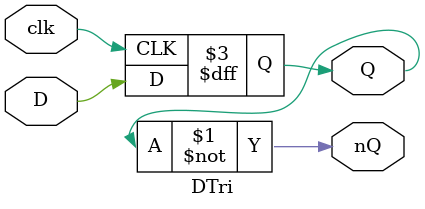
<source format=v>
`timescale 1ns / 1ps


module my(
    input clk,
    input c,
    output reg [5:0] z
    );
    
    wire tl, ts;
    reg st;
    counter aa(clk, st, ts, tl);
    parameter A = 6'b100_001, B = 6'b010_001, C = 6'b001_100, D = 6'b001_010;
        
    always @(posedge clk)
    begin
        if (c)
        begin
            case (z)
                 A: z = tl ? B : A;
                 B: z = ts ? C : B;
                 C: z = tl ? D : C;
                 D: z = ts ? A : D;
            endcase
        end
        else
            z <= A;
    end
    always @(posedge clk)
    begin
        if (c)
            st <= 1'b0;
        else
            st <= 1'b1;
    end
endmodule

module DTri(
    input clk,
    input D,
    output reg Q,
    output nQ);
    
    assign nQ = ~Q;
    always @(posedge clk)
        Q <= D;
endmodule

</source>
